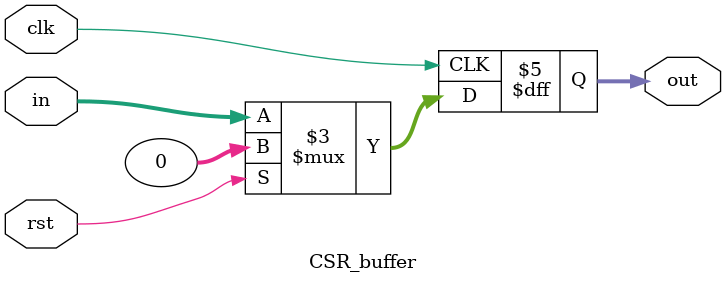
<source format=sv>
module CSR_buffer
(
    input  logic        clk, 
    input  logic        rst, 
    input  logic [31:0] in, 
	output logic [31:0] out
    
);
	always_ff @(posedge clk) begin
		if (rst) out <= 0;
		else out <= in;
	end
endmodule
</source>
